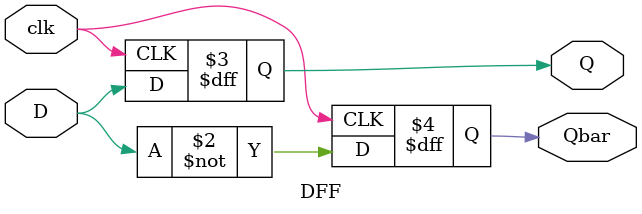
<source format=v>
`timescale 1ns / 1ps


module DFF(
    input D, 
    input clk, 
    output reg Q, 
    output reg Qbar
);
    always @ (posedge clk) begin
        Q <= D;
        Qbar <= ~D;
    end
endmodule

</source>
